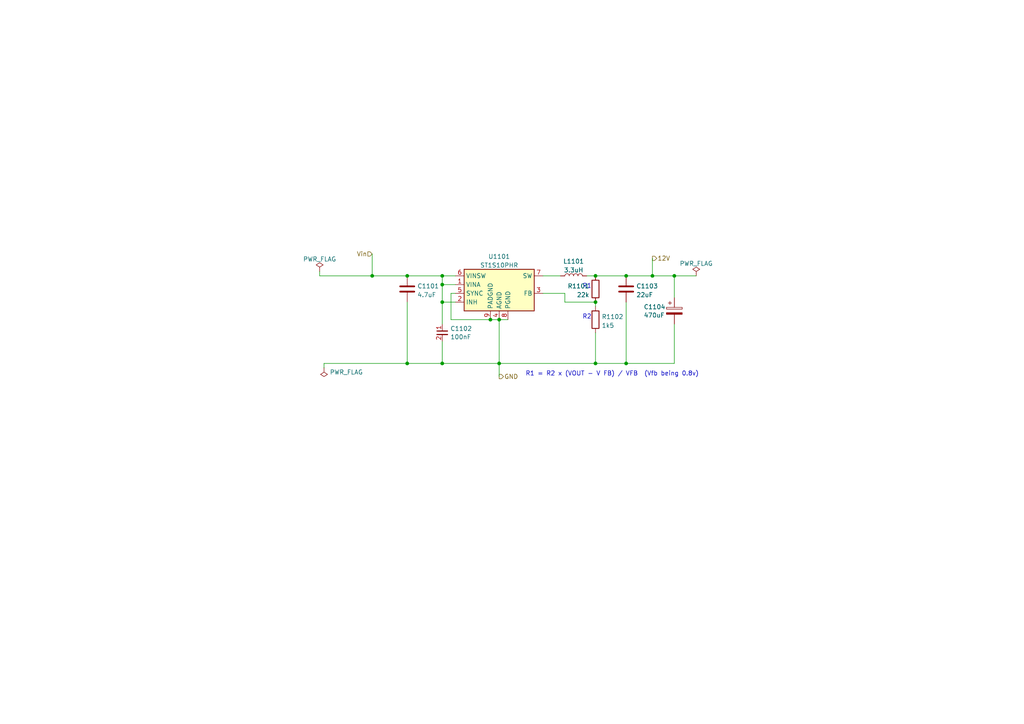
<source format=kicad_sch>
(kicad_sch (version 20230121) (generator eeschema)
  (paper "A4")
  (lib_symbols
    (symbol "Device:C" (pin_numbers hide) (pin_names (offset 0.254))
      (property "Reference" "C" (at 0.635 2.54 0))
      (property "Value" "C" (at 0.635 -2.54 0))
      (symbol "C_0_1"
        (polyline (pts (xy -2.032 -0.762) (xy 2.032 -0.762)) (stroke (width 0.508)))
        (polyline (pts (xy -2.032 0.762) (xy 2.032 0.762)) (stroke (width 0.508)))
      )
      (symbol "C_1_1"
        (pin passive line (at 0 3.81 270) (length 2.794) (name "~") (number "1"))
        (pin passive line (at 0 -3.81 90) (length 2.794) (name "~") (number "2"))
      )
    )
    (symbol "Device:C_Polarized" (pin_numbers hide) (pin_names (offset 0.254))
      (property "Reference" "C" (at 0.635 2.54 0))
      (property "Value" "C_Polarized" (at 0.635 -2.54 0))
      (symbol "C_Polarized_0_1"
        (rectangle (start -2.286 0.508) (end 2.286 1.016))
        (polyline (pts (xy -1.778 2.286) (xy -0.762 2.286)))
        (polyline (pts (xy -1.27 2.794) (xy -1.27 1.778)))
        (rectangle (start 2.286 -0.508) (end -2.286 -1.016) (fill (type outline)))
      )
      (symbol "C_Polarized_1_1"
        (pin passive line (at 0 3.81 270) (length 2.794) (name "~") (number "1"))
        (pin passive line (at 0 -3.81 90) (length 2.794) (name "~") (number "2"))
      )
    )
    (symbol "Device:L" (pin_numbers hide) (pin_names (offset 1.016) hide)
      (property "Reference" "L" (at -1.27 0 90))
      (property "Value" "L" (at 1.905 0 90))
      (symbol "L_0_1"
        (arc (start 0 -2.54) (mid 0.6323 -1.905) (end 0 -1.27))
        (arc (start 0 -1.27) (mid 0.6323 -0.635) (end 0 0))
        (arc (start 0 0) (mid 0.6323 0.635) (end 0 1.27))
        (arc (start 0 1.27) (mid 0.6323 1.905) (end 0 2.54))
      )
      (symbol "L_1_1"
        (pin passive line (at 0 3.81 270) (length 1.27) (name "1") (number "1"))
        (pin passive line (at 0 -3.81 90) (length 1.27) (name "2") (number "2"))
      )
    )
    (symbol "Device:R" (pin_numbers hide) (pin_names (offset 0))
      (property "Reference" "R" (at 2.032 0 90))
      (property "Value" "R" (at 0 0 90))
      (symbol "R_0_1"
        (rectangle (start -1.016 -2.54) (end 1.016 2.54) (stroke (width 0.254)))
      )
      (symbol "R_1_1"
        (pin passive line (at 0 3.81 270) (length 1.27) (name "~") (number "1"))
        (pin passive line (at 0 -3.81 90) (length 1.27) (name "~") (number "2"))
      )
    )
    (symbol "Regulator_Switching:ST1S10PHR"
      (property "Reference" "U" (at -10.16 5.715 0))
      (property "Value" "ST1S10PHR" (at -0.635 5.715 0))
      (symbol "ST1S10PHR_0_1"
        (rectangle (start 10.16 4.445) (end -10.16 -7.62) (stroke (width 0.254)) (fill (type background)))
      )
      (symbol "ST1S10PHR_1_1"
        (pin power_in line (at -12.7 0 0) (length 2.54) (name "VINA") (number "1"))
        (pin input line (at -12.7 -5.08 0) (length 2.54) (name "INH") (number "2"))
        (pin input line (at 12.7 -2.54 180) (length 2.54) (name "FB") (number "3"))
        (pin power_in line (at 0 -10.16 90) (length 2.54) (name "AGND") (number "4"))
        (pin input line (at -12.7 -2.54 0) (length 2.54) (name "SYNC") (number "5"))
        (pin input line (at -12.7 2.54 0) (length 2.54) (name "VINSW") (number "6"))
        (pin output line (at 12.7 2.54 180) (length 2.54) (name "SW") (number "7"))
        (pin power_in line (at 2.54 -10.16 90) (length 2.54) (name "PGND") (number "8"))
        (pin power_in line (at -2.54 -10.16 90) (length 2.54) (name "PADGND") (number "9"))
      )
    )
    (symbol "capacitor_miscellaneous:C_0603_100nF"
      (property "Reference" "C" (at 1.27 2.54 0))
      (property "Value" "100nF" (at 3.81 -2.54 0))
      (symbol "C_0603_100nF_0_1"
        (polyline (pts (xy -1.524 -0.508) (xy 1.524 -0.508)) (stroke (width 0.3302)))
        (polyline (pts (xy -1.524 0.508) (xy 1.524 0.508)) (stroke (width 0.3048)))
      )
      (symbol "C_0603_100nF_1_1"
        (pin passive line (at 0 2.54 270) (length 2.032) (name "~") (number "1"))
        (pin passive line (at 0 -2.54 90) (length 2.032) (name "~") (number "2"))
      )
    )
    (symbol "power:PWR_FLAG" (power) (pin_numbers hide) (pin_names (offset 0) hide)
      (property "Value" "PWR_FLAG" (at 0 3.81 0))
      (symbol "PWR_FLAG_0_0"
        (pin power_out line (at 0 0 90) (length 0) (name "pwr") (number "1"))
      )
      (symbol "PWR_FLAG_0_1"
        (polyline (pts (xy 0 0) (xy 0 1.27) (xy -1.016 1.905) (xy 0 2.54) (xy 1.016 1.905) (xy 0 1.27)))
      )
    )
  )
  (junction (at 181.61 105.41))
  (junction (at 107.95 80.01))
  (junction (at 128.27 82.55))
  (junction (at 189.23 80.01))
  (junction (at 128.27 105.41))
  (junction (at 118.11 105.41))
  (junction (at 142.24 92.71))
  (junction (at 195.58 80.01))
  (junction (at 118.11 80.01))
  (junction (at 128.27 87.63))
  (junction (at 144.78 92.71))
  (junction (at 172.72 87.63))
  (junction (at 172.72 105.41))
  (junction (at 128.27 80.01))
  (junction (at 181.61 80.01))
  (junction (at 172.72 80.01))
  (junction (at 144.78 105.41))
  (wire (pts (xy 128.27 80.01) (xy 132.08 80.01)))
  (wire (pts (xy 195.58 80.01) (xy 195.58 86.36)))
  (wire (pts (xy 163.83 87.63) (xy 163.83 85.09)))
  (wire (pts (xy 130.81 85.09) (xy 130.81 92.71)))
  (wire (pts (xy 144.78 92.71) (xy 144.78 105.41)))
  (wire (pts (xy 118.11 105.41) (xy 128.27 105.41)))
  (wire (pts (xy 130.81 92.71) (xy 142.24 92.71)))
  (wire (pts (xy 107.95 80.01) (xy 118.11 80.01)))
  (wire (pts (xy 92.71 80.01) (xy 107.95 80.01)))
  (wire (pts (xy 163.83 85.09) (xy 157.48 85.09)))
  (wire (pts (xy 128.27 87.63) (xy 128.27 93.98)))
  (wire (pts (xy 172.72 87.63) (xy 172.72 88.9)))
  (wire (pts (xy 128.27 87.63) (xy 132.08 87.63)))
  (wire (pts (xy 189.23 80.01) (xy 195.58 80.01)))
  (wire (pts (xy 142.24 92.71) (xy 144.78 92.71)))
  (wire (pts (xy 181.61 80.01) (xy 189.23 80.01)))
  (wire (pts (xy 128.27 105.41) (xy 144.78 105.41)))
  (wire (pts (xy 128.27 82.55) (xy 128.27 87.63)))
  (wire (pts (xy 132.08 82.55) (xy 128.27 82.55)))
  (wire (pts (xy 172.72 105.41) (xy 181.61 105.41)))
  (wire (pts (xy 189.23 74.93) (xy 189.23 80.01)))
  (wire (pts (xy 144.78 105.41) (xy 144.78 109.22)))
  (wire (pts (xy 132.08 85.09) (xy 130.81 85.09)))
  (wire (pts (xy 107.95 73.66) (xy 107.95 80.01)))
  (wire (pts (xy 128.27 99.06) (xy 128.27 105.41)))
  (wire (pts (xy 195.58 80.01) (xy 201.93 80.01)))
  (wire (pts (xy 144.78 92.71) (xy 147.32 92.71)))
  (wire (pts (xy 181.61 87.63) (xy 181.61 105.41)))
  (wire (pts (xy 157.48 80.01) (xy 162.56 80.01)))
  (wire (pts (xy 128.27 80.01) (xy 128.27 82.55)))
  (wire (pts (xy 118.11 80.01) (xy 128.27 80.01)))
  (wire (pts (xy 170.18 80.01) (xy 172.72 80.01)))
  (wire (pts (xy 92.71 80.01) (xy 92.71 78.74)))
  (wire (pts (xy 93.98 106.68) (xy 93.98 105.41)))
  (wire (pts (xy 118.11 87.63) (xy 118.11 105.41)))
  (wire (pts (xy 144.78 105.41) (xy 172.72 105.41)))
  (wire (pts (xy 181.61 105.41) (xy 195.58 105.41)))
  (wire (pts (xy 172.72 87.63) (xy 163.83 87.63)))
  (wire (pts (xy 195.58 93.98) (xy 195.58 105.41)))
  (wire (pts (xy 172.72 96.52) (xy 172.72 105.41)))
  (wire (pts (xy 93.98 105.41) (xy 118.11 105.41)))
  (wire (pts (xy 172.72 80.01) (xy 181.61 80.01)))
  (text "R1" (at 168.91 83.82 0) (effects (font (size 1.27 1.27)) (justify left bottom)))
  (text "R1 = R2 x (VOUT - V FB) / VFB  (Vfb being 0.8v)" (at 152.4 109.22 0) (effects (font (size 1.27 1.27)) (justify left bottom)))
  (text "R2" (at 168.91 92.71 0) (effects (font (size 1.27 1.27)) (justify left bottom)))
  (hierarchical_label "12V" (shape output) (at 189.23 74.93 0))
  (hierarchical_label "GND" (shape output) (at 144.78 109.22 0))
  (hierarchical_label "Vin" (shape input) (at 107.95 73.66 180))
  (symbol (lib_id "power:PWR_FLAG") (at 201.93 80.01 0) (unit 1)
    (property "Reference" "#FLG01103" (effects hide))
    (property "Value" "PWR_FLAG" (at 201.93 76.4342 0))
  )
  (symbol (lib_id "Device:C") (at 181.61 83.82 0) (unit 1)
    (property "Reference" "C1103" (at 184.531 82.9853 0) (effects (justify left)))
    (property "Value" "22uF" (at 184.531 85.5222 0) (effects (justify left)))
    (property "Footprint" "Capacitor_SMD:C_1206_3216Metric_Pad1.33x1.80mm_HandSolder" (effects hide))
    (property "JLCPCB Part#" "C12891" (effects hide))
  )
  (symbol (lib_id "power:PWR_FLAG") (at 92.71 78.74 0) (unit 1)
    (property "Reference" "#FLG01101" (effects hide))
    (property "Value" "PWR_FLAG" (at 92.71 75.1642 0))
  )
  (symbol (lib_id "power:PWR_FLAG") (at 93.98 106.68 180) (unit 1)
    (property "Reference" "#FLG01102" (effects hide))
    (property "Value" "PWR_FLAG" (at 95.631 107.95 0) (effects (justify right)))
  )
  (symbol (lib_id "Device:L") (at 166.37 80.01 90) (unit 1)
    (property "Reference" "L1101" (at 166.37 75.8022 90))
    (property "Value" "3.3uH" (at 166.37 78.3391 90))
    (property "Footprint" "Inductor_SMD:L_Bourns-SRN4018" (effects hide))
    (property "JLCPCB Part#" "C15269" (effects hide))
  )
  (symbol (lib_id "capacitor_miscellaneous:C_0603_100nF") (at 128.27 96.52 0) (unit 1)
    (property "Reference" "C1102" (at 130.5941 95.3142 0) (effects (justify left)))
    (property "Value" "100nF" (at 130.5941 97.7384 0) (effects (justify left)))
    (property "Footprint" "Capacitor_SMD:C_0603_1608Metric" (effects hide))
    (property "JLCPCB Part#" "C14663" (effects hide))
  )
  (symbol (lib_id "Regulator_Switching:ST1S10PHR") (at 144.78 82.55 0) (unit 1)
    (property "Reference" "U1101" (at 144.78 74.4052 0))
    (property "Value" "ST1S10PHR" (at 144.78 76.9421 0))
    (property "Footprint" "Package_SO:TI_SO-PowerPAD-8" (effects hide))
    (property "Datasheet" "http://www.st.com/internet/com/TECHNICAL_RESOURCES/TECHNICAL_LITERATURE/DATASHEET/CD00169322.pdf" (effects hide))
    (property "JLCPCB Part#" "C11175" (effects hide))
  )
  (symbol (lib_id "Device:R") (at 172.72 83.82 0) (mirror y) (unit 1)
    (property "Reference" "R1101" (at 170.942 82.9853 0) (effects (justify left)))
    (property "Value" "22k" (at 170.942 85.5222 0) (effects (justify left)))
    (property "Footprint" "Resistor_SMD:R_0603_1608Metric_Pad0.98x0.95mm_HandSolder" (effects hide))
    (property "JLCPCB Part#" "C31850" (effects hide))
  )
  (symbol (lib_id "Device:R") (at 172.72 92.71 0) (unit 1)
    (property "Reference" "R1102" (at 174.498 91.8753 0) (effects (justify left)))
    (property "Value" "1k5" (at 174.498 94.4122 0) (effects (justify left)))
    (property "Footprint" "Resistor_SMD:R_0603_1608Metric_Pad0.98x0.95mm_HandSolder" (effects hide))
    (property "JLCPCB Part#" "C22843" (effects hide))
  )
  (symbol (lib_id "Device:C") (at 118.11 83.82 0) (unit 1)
    (property "Reference" "C1101" (at 121.031 82.9853 0) (effects (justify left)))
    (property "Value" "4.7uF" (at 121.031 85.5222 0) (effects (justify left)))
    (property "Footprint" "Capacitor_SMD:C_0805_2012Metric" (effects hide))
    (property "JLCPCB Part#" "C1779" (effects hide))
  )
  (symbol (lib_id "Device:C_Polarized") (at 195.58 90.17 0) (unit 1)
    (property "Reference" "C1104" (at 186.69 89.0158 0) (effects (justify left)))
    (property "Value" "470uF" (at 186.69 91.44 0) (effects (justify left)))
    (property "Footprint" "Capacitor_SMD:CP_Elec_10x10" (effects hide))
    (property "JLCPCB Part#" "C310845" (effects hide))
  )
)
</source>
